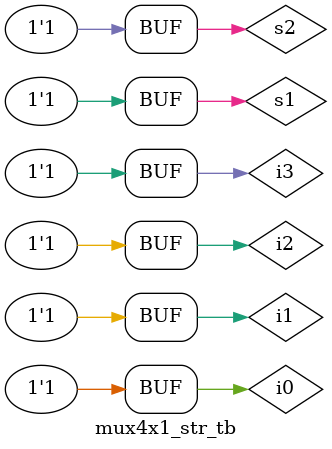
<source format=v>
`include "mux4x1.v"

module mux4x1_str_tb();

    reg i0,i1,i2,i3,s1,s2;
    wire out;

  mux4x1_str DUT(out,i0,i1,i2,i3,s1,s2);

  initial 
  begin
   $monitor("At time %t,i0=(%0d),i1=(%0d),i2=(%0d),i3=(%0d),out=(%0d)",$time,i0,i1,i2,i3,out);
   $dumpfile("mux4x1_str_tb.vcd");
   $dumpvars(0, mux4x1_str_tb);

i0=0;i1=0;i2=0;i3=0;s1=0;s2=0;#1;
i0=0;i1=0;i2=0;i3=0;s1=0;s2=1;#1;
i0=0;i1=0;i2=0;i3=0;s1=1;s2=0;#1;
i0=0;i1=0;i2=0;i3=0;s1=1;s2=1;#1;

i0=0;i1=0;i2=0;i3=1;s1=0;s2=0;#1;
i0=0;i1=0;i2=0;i3=1;s1=0;s2=1;#1;
i0=0;i1=0;i2=0;i3=1;s1=1;s2=0;#1;
i0=0;i1=0;i2=0;i3=1;s1=1;s2=1;#1;

i0=0;i1=0;i2=1;i3=0;s1=0;s2=0;#1;
i0=0;i1=0;i2=1;i3=0;s1=0;s2=1;#1;
i0=0;i1=0;i2=1;i3=0;s1=1;s2=0;#1;
i0=0;i1=0;i2=1;i3=0;s1=1;s2=1;#1;

i0=0;i1=0;i2=1;i3=1;s1=0;s2=0;#1;
i0=0;i1=0;i2=1;i3=1;s1=0;s2=1;#1;
i0=0;i1=0;i2=1;i3=1;s1=1;s2=0;#1;
i0=0;i1=0;i2=1;i3=1;s1=1;s2=1;#1;

i0=0;i1=1;i2=0;i3=0;s1=0;s2=0;#1;
i0=0;i1=1;i2=0;i3=0;s1=0;s2=1;#1;
i0=0;i1=1;i2=0;i3=0;s1=1;s2=0;#1;
i0=0;i1=1;i2=0;i3=0;s1=1;s2=1;#1;

i0=0;i1=1;i2=0;i3=1;s1=0;s2=0;#1;
i0=0;i1=1;i2=0;i3=1;s1=0;s2=1;#1;
i0=0;i1=1;i2=0;i3=1;s1=1;s2=0;#1;
i0=0;i1=1;i2=0;i3=1;s1=1;s2=1;#1;

i0=0;i1=1;i2=1;i3=0;s1=0;s2=0;#1;
i0=0;i1=1;i2=1;i3=0;s1=0;s2=1;#1;
i0=0;i1=1;i2=1;i3=0;s1=1;s2=0;#1;
i0=0;i1=1;i2=1;i3=0;s1=1;s2=1;#1;

i0=0;i1=1;i2=1;i3=1;s1=0;s2=0;#1;
i0=0;i1=1;i2=1;i3=1;s1=0;s2=1;#1;
i0=0;i1=1;i2=1;i3=1;s1=1;s2=0;#1;
i0=0;i1=1;i2=1;i3=1;s1=1;s2=1;#1;

i0=1;i1=0;i2=0;i3=0;s1=0;s2=0;#1;
i0=1;i1=0;i2=0;i3=0;s1=0;s2=1;#1;
i0=1;i1=0;i2=0;i3=0;s1=1;s2=0;#1;
i0=1;i1=0;i2=0;i3=0;s1=1;s2=1;#1;

i0=1;i1=0;i2=0;i3=1;s1=0;s2=0;#1;
i0=1;i1=0;i2=0;i3=1;s1=0;s2=1;#1;
i0=1;i1=0;i2=0;i3=1;s1=1;s2=0;#1;
i0=1;i1=0;i2=0;i3=1;s1=1;s2=1;#1;

i0=1;i1=0;i2=1;i3=0;s1=0;s2=0;#1;
i0=1;i1=0;i2=1;i3=0;s1=0;s2=0;#1;
i0=1;i1=0;i2=1;i3=0;s1=0;s2=0;#1;
i0=1;i1=0;i2=1;i3=0;s1=0;s2=0;#1;

i0=1;i1=0;i2=1;i3=1;s1=0;s2=0;#1;
i0=1;i1=0;i2=1;i3=1;s1=0;s2=1;#1;
i0=1;i1=0;i2=1;i3=1;s1=1;s2=0;#1;
i0=1;i1=0;i2=1;i3=1;s1=1;s2=1;#1;

i0=1;i1=1;i2=0;i3=0;s1=0;s2=0;#1;
i0=1;i1=1;i2=0;i3=0;s1=0;s2=1;#1;
i0=1;i1=1;i2=0;i3=0;s1=1;s2=0;#1;
i0=1;i1=1;i2=0;i3=0;s1=1;s2=1;#1;

i0=1;i1=1;i2=0;i3=1;s1=0;s2=0;#1;
i0=1;i1=1;i2=0;i3=1;s1=0;s2=1;#1;
i0=1;i1=1;i2=0;i3=1;s1=1;s2=0;#1;
i0=1;i1=1;i2=0;i3=1;s1=1;s2=1;#1;

i0=1;i1=1;i2=1;i3=0;s1=0;s2=0;#1;
i0=1;i1=1;i2=1;i3=0;s1=0;s2=1;#1;
i0=1;i1=1;i2=1;i3=0;s1=1;s2=0;#1;
i0=1;i1=1;i2=1;i3=0;s1=1;s2=1;#1;

i0=1;i1=1;i2=1;i3=1;s1=0;s2=0;#1;
i0=1;i1=1;i2=1;i3=1;s1=0;s2=1;#1;
i0=1;i1=1;i2=1;i3=1;s1=1;s2=0;#1;
i0=1;i1=1;i2=1;i3=1;s1=1;s2=1;#1;

   end 
endmodule
   
     


</source>
